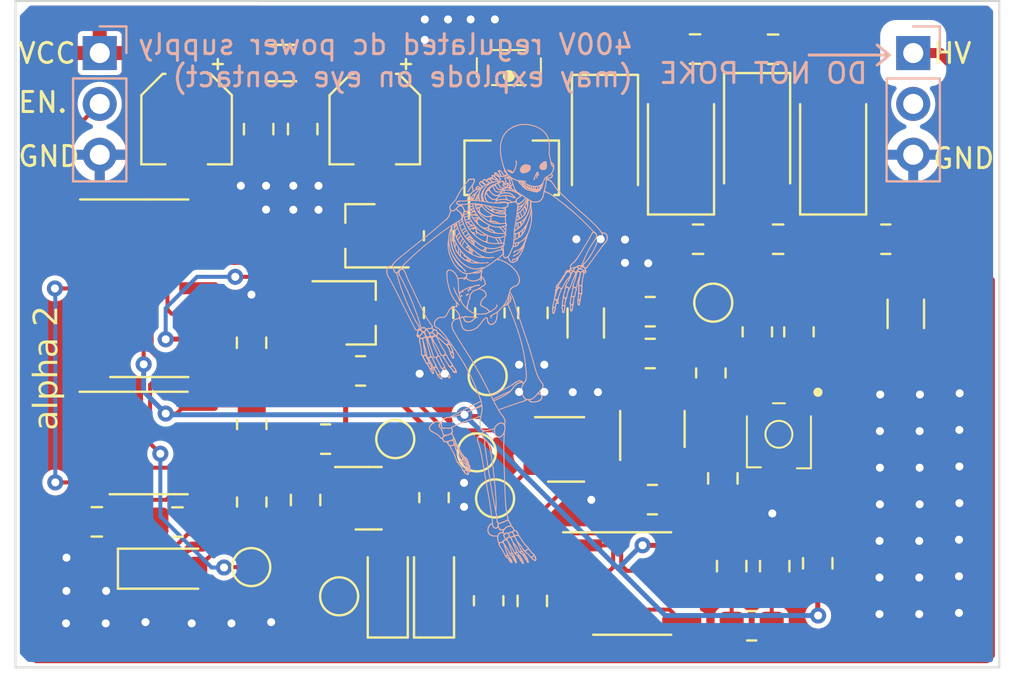
<source format=kicad_pcb>
(kicad_pcb (version 20221018) (generator pcbnew)

  (general
    (thickness 1.6)
  )

  (paper "A4")
  (layers
    (0 "F.Cu" signal)
    (31 "B.Cu" signal)
    (32 "B.Adhes" user "B.Adhesive")
    (33 "F.Adhes" user "F.Adhesive")
    (34 "B.Paste" user)
    (35 "F.Paste" user)
    (36 "B.SilkS" user "B.Silkscreen")
    (37 "F.SilkS" user "F.Silkscreen")
    (38 "B.Mask" user)
    (39 "F.Mask" user)
    (40 "Dwgs.User" user "User.Drawings")
    (41 "Cmts.User" user "User.Comments")
    (42 "Eco1.User" user "User.Eco1")
    (43 "Eco2.User" user "User.Eco2")
    (44 "Edge.Cuts" user)
    (45 "Margin" user)
    (46 "B.CrtYd" user "B.Courtyard")
    (47 "F.CrtYd" user "F.Courtyard")
    (48 "B.Fab" user)
    (49 "F.Fab" user)
    (50 "User.1" user)
    (51 "User.2" user)
    (52 "User.3" user)
    (53 "User.4" user)
    (54 "User.5" user)
    (55 "User.6" user)
    (56 "User.7" user)
    (57 "User.8" user)
    (58 "User.9" user)
  )

  (setup
    (stackup
      (layer "F.SilkS" (type "Top Silk Screen"))
      (layer "F.Paste" (type "Top Solder Paste"))
      (layer "F.Mask" (type "Top Solder Mask") (thickness 0.01))
      (layer "F.Cu" (type "copper") (thickness 0.035))
      (layer "dielectric 1" (type "core") (thickness 1.51) (material "FR4") (epsilon_r 4.5) (loss_tangent 0.02))
      (layer "B.Cu" (type "copper") (thickness 0.035))
      (layer "B.Mask" (type "Bottom Solder Mask") (thickness 0.01))
      (layer "B.Paste" (type "Bottom Solder Paste"))
      (layer "B.SilkS" (type "Bottom Silk Screen"))
      (copper_finish "None")
      (dielectric_constraints no)
    )
    (pad_to_mask_clearance 0)
    (pcbplotparams
      (layerselection 0x00010fc_ffffffff)
      (plot_on_all_layers_selection 0x0000000_00000000)
      (disableapertmacros false)
      (usegerberextensions true)
      (usegerberattributes true)
      (usegerberadvancedattributes true)
      (creategerberjobfile false)
      (dashed_line_dash_ratio 12.000000)
      (dashed_line_gap_ratio 3.000000)
      (svgprecision 4)
      (plotframeref false)
      (viasonmask false)
      (mode 1)
      (useauxorigin false)
      (hpglpennumber 1)
      (hpglpenspeed 20)
      (hpglpendiameter 15.000000)
      (dxfpolygonmode true)
      (dxfimperialunits true)
      (dxfusepcbnewfont true)
      (psnegative false)
      (psa4output false)
      (plotreference true)
      (plotvalue true)
      (plotinvisibletext false)
      (sketchpadsonfab false)
      (subtractmaskfromsilk true)
      (outputformat 1)
      (mirror false)
      (drillshape 0)
      (scaleselection 1)
      (outputdirectory "gerber/")
    )
  )

  (net 0 "")
  (net 1 "VCC")
  (net 2 "GND")
  (net 3 "/VPR")
  (net 4 "Net-(C5-Pad1)")
  (net 5 "VPP")
  (net 6 "/VTR_SEC")
  (net 7 "/GATE")
  (net 8 "Net-(D2-K)")
  (net 9 "/VFEED")
  (net 10 "Net-(D3-K)")
  (net 11 "Net-(D1-K)")
  (net 12 "Net-(C9-Pad1)")
  (net 13 "/VERR")
  (net 14 "Net-(D4-K)")
  (net 15 "/ENABLE")
  (net 16 "unconnected-(J2-Pin_2-Pad2)")
  (net 17 "/RFEED_H")
  (net 18 "Net-(Q2-B)")
  (net 19 "Net-(Q2-E)")
  (net 20 "/SR_Q")
  (net 21 "/EN_LINE")
  (net 22 "/SR_R")
  (net 23 "/SR_NQ")
  (net 24 "/SR_S")
  (net 25 "Net-(U5-CV)")
  (net 26 "Net-(D5-K)")
  (net 27 "Net-(C19-Pad1)")
  (net 28 "Net-(D6-K)")
  (net 29 "Net-(D6-A)")
  (net 30 "Net-(D7-K)")
  (net 31 "/MOS_D")
  (net 32 "Net-(U1-+)")
  (net 33 "Net-(U1--)")
  (net 34 "Net-(U2-+)")
  (net 35 "Net-(U6A-+)")
  (net 36 "Net-(U6B-+)")
  (net 37 "Net-(U3-Pad1)")

  (footprint "Capacitor_SMD:C_0805_2012Metric_Pad1.18x1.45mm_HandSolder" (layer "F.Cu") (at 151.63 48.6325 90))

  (footprint "Resistor_SMD:R_0805_2012Metric_Pad1.20x1.40mm_HandSolder" (layer "F.Cu") (at 147.56 35.92))

  (footprint "Resistor_SMD:R_0805_2012Metric_Pad1.20x1.40mm_HandSolder" (layer "F.Cu") (at 154.99 36.93 -90))

  (footprint "Package_TO_SOT_SMD:SOT-23-5_HandSoldering" (layer "F.Cu") (at 143.36 42.8))

  (footprint "Resistor_SMD:R_0805_2012Metric_Pad1.20x1.40mm_HandSolder" (layer "F.Cu") (at 150.59 38.98 90))

  (footprint "Capacitor_SMD:C_0805_2012Metric_Pad1.18x1.45mm_HandSolder" (layer "F.Cu") (at 127.645 37.4725 90))

  (footprint "Capacitor_SMD:C_0805_2012Metric_Pad1.18x1.45mm_HandSolder" (layer "F.Cu") (at 123.9425 46.43 180))

  (footprint "Package_SO:SOIC-8_3.9x4.9mm_P1.27mm" (layer "F.Cu") (at 122.505 42.48))

  (footprint "Capacitor_SMD:C_0805_2012Metric_Pad1.18x1.45mm_HandSolder" (layer "F.Cu") (at 153.7 22.81))

  (footprint "Package_TO_SOT_SMD:SOT-23" (layer "F.Cu") (at 133.49375 45.24))

  (footprint "TestPoint:TestPoint_Pad_D1.5mm" (layer "F.Cu") (at 139.44 39.13625))

  (footprint "Diode_SMD:D_SOD-123" (layer "F.Cu") (at 134.45 49.8375 90))

  (footprint "Diode_SMD:D_SMA" (layer "F.Cu") (at 149.1 27.555 90))

  (footprint "Resistor_SMD:R_0805_2012Metric_Pad1.20x1.40mm_HandSolder" (layer "F.Cu") (at 133.09 38.88))

  (footprint "TestPoint:TestPoint_Pad_D1.5mm" (layer "F.Cu") (at 150.71 35.47))

  (footprint "TestPoint:TestPoint_Pad_D1.5mm" (layer "F.Cu") (at 134.82375 42.2875))

  (footprint "Resistor_SMD:R_0805_2012Metric_Pad1.20x1.40mm_HandSolder" (layer "F.Cu") (at 136.76 45.21 -90))

  (footprint "Resistor_SMD:R_0805_2012Metric_Pad1.20x1.40mm_HandSolder" (layer "F.Cu") (at 159.33 32.3))

  (footprint "lcsc_misc:VG039NCHXTB222" (layer "F.Cu") (at 154.04 43.645 180))

  (footprint "Resistor_SMD:R_1206_3216Metric_Pad1.30x1.75mm_HandSolder" (layer "F.Cu") (at 129.15 23.5))

  (footprint "Capacitor_SMD:C_0805_2012Metric_Pad1.18x1.45mm_HandSolder" (layer "F.Cu") (at 128 26.8 -90))

  (footprint "Resistor_SMD:R_0805_2012Metric_Pad1.20x1.40mm_HandSolder" (layer "F.Cu") (at 131.34375 42.2875 180))

  (footprint "Diode_SMD:D_SOD-123" (layer "F.Cu") (at 136.76 49.8375 90))

  (footprint "Resistor_SMD:R_0805_2012Metric_Pad1.20x1.40mm_HandSolder" (layer "F.Cu") (at 147.56 38.01))

  (footprint "Package_SO:SOIC-14_3.9x8.7mm_P1.27mm" (layer "F.Cu") (at 122.535 34.75))

  (footprint "Diode_SMD:D_SOD-123" (layer "F.Cu") (at 123.33 48.76))

  (footprint "Resistor_SMD:R_0805_2012Metric_Pad1.20x1.40mm_HandSolder" (layer "F.Cu") (at 139.49 50.36 90))

  (footprint "Capacitor_SMD:C_0805_2012Metric_Pad1.18x1.45mm_HandSolder" (layer "F.Cu") (at 130.34375 45.3275 -90))

  (footprint "Package_TO_SOT_SMD:SOT-23_Handsoldering" (layer "F.Cu") (at 133.09 32.13 180))

  (footprint "Package_TO_SOT_SMD:SOT-23_Handsoldering" (layer "F.Cu") (at 133.09 35.98))

  (footprint "Diode_SMD:D_SMA" (layer "F.Cu") (at 145.3 27.6 -90))

  (footprint "TestPoint:TestPoint_Pad_D1.5mm" (layer "F.Cu") (at 127.63 48.68))

  (footprint "lcsc_misc:ATB322524-0110-T000" (layer "F.Cu") (at 140.5 23.75))

  (footprint "Package_SO:SOIC-8_3.9x4.9mm_P1.27mm" (layer "F.Cu") (at 146.66 49.5))

  (footprint "Capacitor_SMD:C_1206_3216Metric_Pad1.33x1.80mm_HandSolder" (layer "F.Cu") (at 160.33 36.03 -90))

  (footprint "Capacitor_SMD:C_0805_2012Metric_Pad1.18x1.45mm_HandSolder" (layer "F.Cu") (at 149.95 32.3))

  (footprint "Capacitor_SMD:C_0805_2012Metric_Pad1.18x1.45mm_HandSolder" (layer "F.Cu") (at 149.8 22.8))

  (footprint "Capacitor_SMD:C_0805_2012Metric_Pad1.18x1.45mm_HandSolder" (layer "F.Cu") (at 141.67 50.37 -90))

  (footprint "Capacitor_SMD:C_0805_2012Metric_Pad1.18x1.45mm_HandSolder" (layer "F.Cu") (at 153.95 32.3))

  (footprint "Diode_SMD:D_SMA" (layer "F.Cu") (at 156.7 27.555 90))

  (footprint "Capacitor_SMD:CP_Elec_4x5.4" (layer "F.Cu") (at 124.4 26.3 -90))

  (footprint "Capacitor_SMD:C_0805_2012Metric_Pad1.18x1.45mm_HandSolder" (layer "F.Cu") (at 141.7 35.98 90))

  (footprint "TestPoint:TestPoint_Pad_D1.5mm" (layer "F.Cu") (at 138.9 42.95))

  (footprint "Capacitor_SMD:C_0805_2012Metric_Pad1.18x1.45mm_HandSolder" (layer "F.Cu") (at 151.19 44.25 90))

  (footprint "Resistor_SMD:R_0805_2012Metric_Pad1.20x1.40mm_HandSolder" (layer "F.Cu") (at 147.67 45.31))

  (footprint "Resistor_SMD:R_0805_2012Metric_Pad1.20x1.40mm_HandSolder" (layer "F.Cu") (at 152.63 51.61 180))

  (footprint "Resistor_SMD:R_1206_3216Metric_Pad1.30x1.75mm_HandSolder" (layer "F.Cu") (at 144.34 36.48625 -90))

  (footprint "Diode_SMD:D_SMA" (layer "F.Cu") (at 152.9 27.51 -90))

  (footprint "Resistor_SMD:R_0805_2012Metric_Pad1.20x1.40mm_HandSolder" (layer "F.Cu") (at 136.99 32.13 -90))

  (footprint "Resistor_SMD:R_0805_2012Metric_Pad1.20x1.40mm_HandSolder" (layer "F.Cu") (at 127.655 45.43 -90))

  (footprint "Capacitor_SMD:CP_Elec_4x5.4" (layer "F.Cu") (at 133.8 26.3 -90))

  (footprint "Resistor_SMD:R_0805_2012Metric_Pad1.20x1.40mm_HandSolder" (layer "F.Cu") (at 139.55 35.98 -90))

  (footprint "Capacitor_SMD:C_0805_2012Metric_Pad1.18x1.45mm_HandSolder" (layer "F.Cu") (at 153.78 48.6325 90))

  (footprint "Capacitor_SMD:C_0805_2012Metric_Pad1.18x1.45mm_HandSolder" (layer "F.Cu")
    (tstamp d970ae70-87e5-4b96-be56-a91dc2fde7ba)
    (at 130.2 26.8 -90)
    (descr "Capacitor SMD 0805 (2012 Metric), square (rectangular) end terminal, IPC_7351 nominal with elongated pad for handsoldering. (Body size source: IPC-SM-782 page 76, https://www.pcb-3d.com/wordpress/wp-content/uploads/ipc-sm-782a_amendment_1_and_2.pdf, https://docs.google.com/spreadsheets/d/1BsfQQcO9C6DZCsRaXUlFlo91Tg2WpOkGARC1WS5S8t0/edit?usp=sharing), generated with kicad-footprint-generator")
    (tags "capacitor handsolder")
    (property "LCSC" "C38141")
    (property "Sheetfile" "geiger_counter.kicad_sch")
    (property "Sheetname" "")
    (property "ki_description" "Unpolarized capacitor, small symbol")
    (property "ki_keywords" "capacitor cap")
    (path "/016c08b7-296a-4d5b-a034-b7a5b7bd511a")
    (zone_connect 1)
    (attr smd)
    (fp_text reference "C4" (at 2.7 0) (layer "F.SilkS") hide
        (effects (font (size 1 1) (thickness 0.15)))
      (tstamp 4642952a-24ec-4ba3-94de-da6a07d41daf)
    )
    (fp_text value "100n" (at 0 1.68 90) (layer "F.Fab")
        (effects (font (size 1 1) (thickness 0.15)))
      (tstamp f4009a1e-222f-45fb-8f66-287cba333501)
    )
    (fp_text user "${REFERENCE}" (at 0 0 90) (layer "F.Fab")
        (effects (font (size 0.5 0.5) (thickness 0.08)))
      (tstamp 1d4e07d9-16f3-4b69-93a3-45414b372fa4)
    )
    (fp_line (start -0.261252 -0.735) (end 0.261252 -0.735)
      (stroke (width 0.12) (type solid)) (layer "F.SilkS") (tstamp 0362f637-9f20-4a04-a991-748f4693459e))
    (fp_line (start -0.261252 0.735) (end 0.261252 0.735)
      (stroke (width 0.12) (type solid)) (layer "F.SilkS") (tstamp aa088d04-f2ad-47d1-9365-cb53f1723974))
    (fp_line (start -1.88 -0.98) (end 1.88 -0.98)
      (stroke (width 0.05) (type solid)) (layer "F.CrtYd") (tstamp cdd66012-8eb5-4586-a64e-e97309710248))
    (fp_line (start -1.88 0.98) (end -1.88 -0.98)
      (stroke (width 0.05) (type solid)) (layer "F.CrtYd") (tstamp 96306223-2a4e-487b-91b5-c7d509865f4e))
    (fp_line (start 1.88 -0.98) (end 
... [6694859 chars truncated]
</source>
